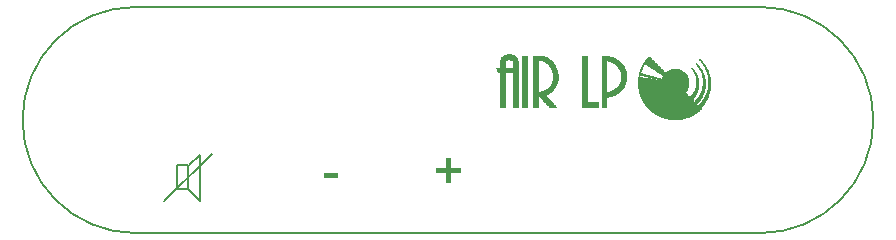
<source format=gto>
G04*
G04 #@! TF.GenerationSoftware,Altium Limited,Altium Designer,19.0.10 (269)*
G04*
G04 Layer_Color=65535*
%FSLAX44Y44*%
%MOMM*%
G71*
G01*
G75*
%ADD10C,0.2000*%
%ADD11C,0.0254*%
G36*
X2426Y-40895D02*
X11149D01*
Y-44574D01*
X2426D01*
Y-53344D01*
X-1276D01*
Y-44574D01*
X-10000D01*
Y-40895D01*
X-1276D01*
Y-32171D01*
X2426D01*
Y-40895D01*
D02*
G37*
G36*
X-92875Y-48901D02*
X-105000D01*
Y-44944D01*
X-92875D01*
Y-48901D01*
D02*
G37*
D10*
X-240000Y-68504D02*
X-200000Y-28504D01*
X-240000Y-68504D02*
Y-68504D01*
X-210000Y-68504D02*
Y-29520D01*
X-220000Y-58504D02*
X-210000Y-68504D01*
X-218984Y-38504D02*
X-210000Y-29520D01*
X-218984Y-38504D02*
X-218984D01*
X-228984D02*
X-220000D01*
Y-58504D02*
Y-38504D01*
X-228984Y-58504D02*
X-220000D01*
X-228984D02*
Y-38504D01*
X-264450Y95750D02*
G03*
X-264450Y-95750I0J-95750D01*
G01*
X264450D02*
G03*
X264450Y95750I0J95750D01*
G01*
X-264450Y-95750D02*
X264450D01*
X-264450Y95750D02*
X264450D01*
D11*
X188844Y602D02*
X195194D01*
X187574Y856D02*
X196464D01*
X186050Y1110D02*
X197988D01*
X184780Y1364D02*
X199258D01*
X183764Y1618D02*
X200274D01*
X183002Y1872D02*
X201036D01*
X182240Y2126D02*
X201798D01*
X181478Y2380D02*
X202560D01*
X180716Y2634D02*
X203322D01*
X180208Y2888D02*
X203830D01*
X179446Y3142D02*
X204592D01*
X178938Y3396D02*
X205100D01*
X178430Y3650D02*
X205608D01*
X177922Y3904D02*
X206116D01*
X177414Y4158D02*
X206624D01*
X176906Y4412D02*
X207132D01*
X176398Y4666D02*
X207386D01*
X176144Y4920D02*
X207894D01*
X175636Y5174D02*
X208402D01*
X175128Y5428D02*
X208656D01*
X174874Y5682D02*
X209164D01*
X174366Y5936D02*
X209418D01*
X174112Y6190D02*
X209926D01*
X173858Y6444D02*
X210180D01*
X173350Y6698D02*
X210688D01*
X173096Y6952D02*
X210942D01*
X172842Y7206D02*
X211196D01*
X172334Y7460D02*
X211450D01*
X172080Y7714D02*
X211958D01*
X171826Y7968D02*
X212212D01*
X171572Y8222D02*
X212466D01*
X171318Y8476D02*
X212720D01*
X171064Y8730D02*
X212974D01*
X170810Y8984D02*
X213228D01*
X170556Y9238D02*
X213482D01*
X170048Y9492D02*
X213990D01*
X170048Y9746D02*
X213990D01*
X169794Y10000D02*
X213990D01*
X169540Y10254D02*
X213482D01*
X169286Y10508D02*
X213228D01*
X169032Y10762D02*
X212974D01*
X213736Y11016D02*
X214244D01*
X168778D02*
X212720D01*
X130170D02*
X134234D01*
X113914D02*
X127122D01*
X86228D02*
X91562D01*
X72258D02*
X76322D01*
X63114D02*
X67178D01*
X54732D02*
X59050D01*
X44318D02*
X48382D01*
X213482Y11270D02*
X214244D01*
X168524D02*
X212466D01*
X130170D02*
X134234D01*
X113914D02*
X127122D01*
X85974D02*
X91562D01*
X72258D02*
X76322D01*
X63114D02*
X67178D01*
X54732D02*
X59050D01*
X44318D02*
X48382D01*
X213228Y11524D02*
X214498D01*
X168270D02*
X212212D01*
X130170D02*
X134234D01*
X113914D02*
X127122D01*
X85720D02*
X91054D01*
X72258D02*
X76322D01*
X63114D02*
X67178D01*
X54732D02*
X59050D01*
X44318D02*
X48382D01*
X212974Y11778D02*
X214752D01*
X168016D02*
X211958D01*
X130170D02*
X134234D01*
X113914D02*
X127122D01*
X85466D02*
X90800D01*
X72258D02*
X76322D01*
X63114D02*
X67178D01*
X54732D02*
X59050D01*
X44318D02*
X48382D01*
X212720Y12032D02*
X215006D01*
X167762D02*
X211704D01*
X130170D02*
X134234D01*
X113914D02*
X127122D01*
X85212D02*
X90546D01*
X72258D02*
X76322D01*
X63114D02*
X67178D01*
X54732D02*
X59050D01*
X44318D02*
X48382D01*
X212466Y12286D02*
X215260D01*
X167762D02*
X211450D01*
X130170D02*
X134234D01*
X113914D02*
X127122D01*
X84958D02*
X90292D01*
X72258D02*
X76322D01*
X63114D02*
X67178D01*
X54732D02*
X59050D01*
X44318D02*
X48382D01*
X211958Y12540D02*
X215514D01*
X167508D02*
X211196D01*
X130170D02*
X134234D01*
X113914D02*
X127122D01*
X84704D02*
X90038D01*
X72258D02*
X76322D01*
X63114D02*
X67178D01*
X54732D02*
X59050D01*
X44318D02*
X48382D01*
X211958Y12794D02*
X215514D01*
X167254D02*
X210942D01*
X130170D02*
X134234D01*
X113914D02*
X127122D01*
X84450D02*
X89784D01*
X72258D02*
X76322D01*
X63114D02*
X67178D01*
X54732D02*
X59050D01*
X44318D02*
X48382D01*
X212212Y13048D02*
X215768D01*
X167000D02*
X210688D01*
X130170D02*
X134234D01*
X113914D02*
X127122D01*
X84196D02*
X89530D01*
X72258D02*
X76322D01*
X63114D02*
X67178D01*
X54732D02*
X59050D01*
X44318D02*
X48382D01*
X212466Y13302D02*
X216022D01*
X167000D02*
X210434D01*
X130170D02*
X134234D01*
X113914D02*
X127122D01*
X83942D02*
X89276D01*
X72258D02*
X76322D01*
X63114D02*
X67178D01*
X54732D02*
X59050D01*
X44318D02*
X48382D01*
X212720Y13556D02*
X216276D01*
X166746D02*
X210180D01*
X130170D02*
X134234D01*
X113914D02*
X127122D01*
X83688D02*
X89276D01*
X72258D02*
X76322D01*
X63114D02*
X67178D01*
X54732D02*
X59050D01*
X44318D02*
X48382D01*
X212974Y13810D02*
X216530D01*
X166492D02*
X209926D01*
X130170D02*
X134234D01*
X113914D02*
X127122D01*
X83434D02*
X89022D01*
X72258D02*
X76322D01*
X63114D02*
X67178D01*
X54732D02*
X59050D01*
X44318D02*
X48382D01*
X213228Y14064D02*
X216530D01*
X166238D02*
X209672D01*
X130170D02*
X134234D01*
X113914D02*
X127122D01*
X83180D02*
X88768D01*
X72258D02*
X76322D01*
X63114D02*
X67178D01*
X54732D02*
X59050D01*
X44318D02*
X48382D01*
X213482Y14318D02*
X216784D01*
X210434D02*
X210942D01*
X166238D02*
X209418D01*
X130170D02*
X134234D01*
X113914D02*
X127122D01*
X82926D02*
X88514D01*
X72258D02*
X76322D01*
X63114D02*
X67178D01*
X54732D02*
X59050D01*
X44318D02*
X48382D01*
X213736Y14572D02*
X217038D01*
X210180D02*
X211196D01*
X165984D02*
X209164D01*
X130170D02*
X134234D01*
X113914D02*
X127122D01*
X82672D02*
X88260D01*
X72258D02*
X76322D01*
X63114D02*
X67178D01*
X54732D02*
X59050D01*
X44318D02*
X48382D01*
X213990Y14826D02*
X217038D01*
X209926D02*
X211450D01*
X165730D02*
X208910D01*
X130170D02*
X134234D01*
X113914D02*
X127122D01*
X82418D02*
X88006D01*
X72258D02*
X76322D01*
X63114D02*
X67178D01*
X54732D02*
X59050D01*
X44318D02*
X48382D01*
X214244Y15080D02*
X217292D01*
X209672D02*
X211704D01*
X165730D02*
X208656D01*
X130170D02*
X134234D01*
X113914D02*
X117978D01*
X82164D02*
X87752D01*
X72258D02*
X76322D01*
X63114D02*
X67178D01*
X54732D02*
X59050D01*
X44318D02*
X48382D01*
X214498Y15334D02*
X217546D01*
X209418D02*
X211704D01*
X165476D02*
X208402D01*
X130170D02*
X134234D01*
X113914D02*
X117978D01*
X81910D02*
X87498D01*
X72258D02*
X76322D01*
X63114D02*
X67178D01*
X54732D02*
X59050D01*
X44318D02*
X48382D01*
X214498Y15588D02*
X217546D01*
X209164D02*
X211958D01*
X165476D02*
X208148D01*
X130170D02*
X134234D01*
X113914D02*
X117978D01*
X81656D02*
X87244D01*
X72258D02*
X76322D01*
X63114D02*
X67178D01*
X54732D02*
X59050D01*
X44318D02*
X48382D01*
X214752Y15842D02*
X217800D01*
X208910D02*
X212212D01*
X165222D02*
X207894D01*
X130170D02*
X134234D01*
X113914D02*
X117978D01*
X81402D02*
X86990D01*
X72258D02*
X76322D01*
X63114D02*
X67178D01*
X54732D02*
X59050D01*
X44318D02*
X48382D01*
X215006Y16096D02*
X218054D01*
X208910D02*
X212466D01*
X164968D02*
X207640D01*
X130170D02*
X134234D01*
X113914D02*
X117978D01*
X81148D02*
X86736D01*
X72258D02*
X76322D01*
X63114D02*
X67178D01*
X54732D02*
X59050D01*
X44318D02*
X48382D01*
X215260Y16350D02*
X218054D01*
X209164D02*
X212720D01*
X164968D02*
X207386D01*
X130170D02*
X134234D01*
X113914D02*
X117978D01*
X80894D02*
X86482D01*
X72258D02*
X76322D01*
X63114D02*
X67178D01*
X54732D02*
X59050D01*
X44318D02*
X48382D01*
X215514Y16604D02*
X218308D01*
X209418D02*
X212720D01*
X164714D02*
X207132D01*
X130170D02*
X134234D01*
X113914D02*
X117978D01*
X80640D02*
X86228D01*
X72258D02*
X76322D01*
X63114D02*
X67178D01*
X54732D02*
X59050D01*
X44318D02*
X48382D01*
X215514Y16858D02*
X218308D01*
X209672D02*
X212974D01*
X164714D02*
X206878D01*
X130170D02*
X134234D01*
X113914D02*
X117978D01*
X80386D02*
X85974D01*
X72258D02*
X76322D01*
X63114D02*
X67178D01*
X54732D02*
X59050D01*
X44318D02*
X48382D01*
X215768Y17112D02*
X218562D01*
X209926D02*
X213228D01*
X164460D02*
X206624D01*
X130170D02*
X134234D01*
X113914D02*
X117978D01*
X80386D02*
X85720D01*
X72258D02*
X76322D01*
X63114D02*
X67178D01*
X54732D02*
X59050D01*
X44318D02*
X48382D01*
X216022Y17366D02*
X218562D01*
X210180D02*
X213228D01*
X164460D02*
X206370D01*
X130170D02*
X134234D01*
X113914D02*
X117978D01*
X80132D02*
X85466D01*
X72258D02*
X76322D01*
X63114D02*
X67178D01*
X54732D02*
X59050D01*
X44318D02*
X48382D01*
X216022Y17620D02*
X218816D01*
X210434D02*
X213482D01*
X164206D02*
X206116D01*
X130170D02*
X134234D01*
X113914D02*
X117978D01*
X79878D02*
X85212D01*
X72258D02*
X76322D01*
X63114D02*
X67178D01*
X54732D02*
X59050D01*
X44318D02*
X48382D01*
X216276Y17874D02*
X218816D01*
X210688D02*
X213736D01*
X164206D02*
X205862D01*
X130170D02*
X134234D01*
X113914D02*
X117978D01*
X79624D02*
X84958D01*
X72258D02*
X76322D01*
X63114D02*
X67178D01*
X54732D02*
X59050D01*
X44318D02*
X48382D01*
X216530Y18128D02*
X219070D01*
X210688D02*
X213736D01*
X206624D02*
X207132D01*
X163952D02*
X205608D01*
X130170D02*
X134234D01*
X113914D02*
X117978D01*
X79370D02*
X84704D01*
X72258D02*
X76322D01*
X63114D02*
X67178D01*
X54732D02*
X59050D01*
X44318D02*
X48382D01*
X216530Y18382D02*
X219070D01*
X210942D02*
X213990D01*
X206624D02*
X207386D01*
X163952D02*
X205354D01*
X130170D02*
X134234D01*
X113914D02*
X117978D01*
X79116D02*
X84450D01*
X72258D02*
X76322D01*
X63114D02*
X67178D01*
X54732D02*
X59050D01*
X44318D02*
X48382D01*
X216784Y18636D02*
X219324D01*
X211196D02*
X214244D01*
X206116D02*
X207386D01*
X163698D02*
X205100D01*
X130170D02*
X134234D01*
X113914D02*
X117978D01*
X78862D02*
X84196D01*
X72258D02*
X76322D01*
X63114D02*
X67178D01*
X54732D02*
X59050D01*
X44318D02*
X48382D01*
X216784Y18890D02*
X219324D01*
X211450D02*
X214244D01*
X205862D02*
X207640D01*
X163698D02*
X204846D01*
X130170D02*
X134234D01*
X113914D02*
X117978D01*
X78608D02*
X83942D01*
X72258D02*
X76322D01*
X63114D02*
X67178D01*
X54732D02*
X59050D01*
X44318D02*
X48382D01*
X217038Y19144D02*
X219578D01*
X211704D02*
X214498D01*
X205608D02*
X207894D01*
X163444D02*
X204592D01*
X130170D02*
X134234D01*
X113914D02*
X117978D01*
X78354D02*
X83688D01*
X72258D02*
X76322D01*
X63114D02*
X67178D01*
X54732D02*
X59050D01*
X44318D02*
X48382D01*
X217292Y19398D02*
X219578D01*
X211704D02*
X214498D01*
X205354D02*
X208148D01*
X163444D02*
X204338D01*
X130170D02*
X134234D01*
X113914D02*
X117978D01*
X78100D02*
X83434D01*
X72258D02*
X76322D01*
X63114D02*
X67178D01*
X54732D02*
X59050D01*
X44318D02*
X48382D01*
X217292Y19652D02*
X219832D01*
X211958D02*
X214752D01*
X204846D02*
X208402D01*
X163190D02*
X204084D01*
X130170D02*
X135250D01*
X113914D02*
X117978D01*
X77846D02*
X83180D01*
X72258D02*
X76322D01*
X63114D02*
X67178D01*
X54732D02*
X59050D01*
X44318D02*
X48382D01*
X217546Y19906D02*
X219832D01*
X212212D02*
X214752D01*
X204846D02*
X208402D01*
X163190D02*
X203830D01*
X130170D02*
X136520D01*
X113914D02*
X117978D01*
X72258D02*
X82926D01*
X63114D02*
X67178D01*
X54732D02*
X59050D01*
X44318D02*
X48382D01*
X217546Y20160D02*
X220086D01*
X212212D02*
X215006D01*
X205354D02*
X208656D01*
X163190D02*
X203576D01*
X130170D02*
X137536D01*
X113914D02*
X117978D01*
X72258D02*
X82672D01*
X63114D02*
X67178D01*
X54732D02*
X59050D01*
X44318D02*
X48382D01*
X217800Y20414D02*
X220086D01*
X212466D02*
X215006D01*
X205608D02*
X208910D01*
X162936D02*
X203322D01*
X130170D02*
X138298D01*
X113914D02*
X117978D01*
X72258D02*
X82418D01*
X63114D02*
X67178D01*
X54732D02*
X59050D01*
X44318D02*
X48382D01*
X217800Y20668D02*
X220086D01*
X212720D02*
X215260D01*
X205862D02*
X208910D01*
X162936D02*
X203068D01*
X130170D02*
X139060D01*
X113914D02*
X117978D01*
X72258D02*
X82164D01*
X63114D02*
X67178D01*
X54732D02*
X59050D01*
X44318D02*
X48382D01*
X218054Y20922D02*
X220340D01*
X212720D02*
X215260D01*
X206116D02*
X209164D01*
X162682D02*
X202814D01*
X130170D02*
X139822D01*
X113914D02*
X117978D01*
X72258D02*
X81910D01*
X63114D02*
X67178D01*
X54732D02*
X59050D01*
X44318D02*
X48382D01*
X218054Y21176D02*
X220340D01*
X212974D02*
X215514D01*
X206370D02*
X209418D01*
X162682D02*
X202560D01*
X130170D02*
X140330D01*
X113914D02*
X117978D01*
X72258D02*
X82164D01*
X63114D02*
X67178D01*
X54732D02*
X59050D01*
X44318D02*
X48382D01*
X218308Y21430D02*
X220340D01*
X212974D02*
X215514D01*
X206370D02*
X209418D01*
X162682D02*
X202306D01*
X130170D02*
X141092D01*
X113914D02*
X117978D01*
X72258D02*
X82926D01*
X63114D02*
X67178D01*
X54732D02*
X59050D01*
X44318D02*
X48382D01*
X218308Y21684D02*
X220594D01*
X213228D02*
X215768D01*
X206624D02*
X209672D01*
X162428D02*
X202052D01*
X130170D02*
X141600D01*
X113914D02*
X117978D01*
X72258D02*
X83434D01*
X63114D02*
X67178D01*
X54732D02*
X59050D01*
X44318D02*
X48382D01*
X218308Y21938D02*
X220594D01*
X213482D02*
X215768D01*
X206878D02*
X209672D01*
X162428D02*
X201798D01*
X130170D02*
X142108D01*
X113914D02*
X117978D01*
X72258D02*
X83942D01*
X63114D02*
X67178D01*
X54732D02*
X59050D01*
X44318D02*
X48382D01*
X218562Y22192D02*
X220594D01*
X213482D02*
X215768D01*
X207132D02*
X209926D01*
X162428D02*
X201544D01*
X130170D02*
X142362D01*
X113914D02*
X117978D01*
X72258D02*
X84450D01*
X63114D02*
X67178D01*
X54732D02*
X59050D01*
X44318D02*
X48382D01*
X218562Y22446D02*
X220848D01*
X213736D02*
X216022D01*
X207386D02*
X209926D01*
X162174D02*
X201290D01*
X130170D02*
X142870D01*
X113914D02*
X117978D01*
X72258D02*
X84958D01*
X63114D02*
X67178D01*
X54732D02*
X59050D01*
X44318D02*
X48382D01*
X218816Y22700D02*
X220848D01*
X213736D02*
X216022D01*
X207386D02*
X210180D01*
X162174D02*
X201036D01*
X130170D02*
X143378D01*
X113914D02*
X117978D01*
X72258D02*
X85212D01*
X63114D02*
X67178D01*
X54732D02*
X59050D01*
X44318D02*
X48382D01*
X218816Y22954D02*
X220848D01*
X213990D02*
X216022D01*
X207640D02*
X210180D01*
X162174D02*
X200782D01*
X130170D02*
X143886D01*
X113914D02*
X117978D01*
X72258D02*
X85720D01*
X63114D02*
X67178D01*
X54732D02*
X59050D01*
X44318D02*
X48382D01*
X218816Y23208D02*
X221102D01*
X213990D02*
X216276D01*
X207894D02*
X210434D01*
X161920D02*
X200528D01*
X130170D02*
X144140D01*
X113914D02*
X117978D01*
X72258D02*
X85974D01*
X63114D02*
X67178D01*
X54732D02*
X59050D01*
X44318D02*
X48382D01*
X219070Y23462D02*
X221102D01*
X213990D02*
X216276D01*
X207894D02*
X210434D01*
X161920D02*
X200274D01*
X134488D02*
X144394D01*
X130170D02*
X134234D01*
X113914D02*
X117978D01*
X72258D02*
X86482D01*
X63114D02*
X67178D01*
X54732D02*
X59050D01*
X44318D02*
X48382D01*
X219070Y23716D02*
X221102D01*
X214244D02*
X216276D01*
X208148D02*
X210688D01*
X161920D02*
X200528D01*
X135504D02*
X144902D01*
X130170D02*
X134234D01*
X113914D02*
X117978D01*
X72258D02*
X86736D01*
X63114D02*
X67178D01*
X54732D02*
X59050D01*
X44318D02*
X48382D01*
X219070Y23970D02*
X221102D01*
X214244D02*
X216530D01*
X208148D02*
X210688D01*
X161920D02*
X200782D01*
X136520D02*
X145156D01*
X130170D02*
X134234D01*
X113914D02*
X117978D01*
X72258D02*
X86990D01*
X63114D02*
X67178D01*
X54732D02*
X59050D01*
X44318D02*
X48382D01*
X219324Y24224D02*
X221356D01*
X214498D02*
X216530D01*
X208402D02*
X210688D01*
X161666D02*
X201036D01*
X137282D02*
X145410D01*
X130170D02*
X134234D01*
X113914D02*
X117978D01*
X79116D02*
X87244D01*
X72258D02*
X76322D01*
X63114D02*
X67178D01*
X54732D02*
X59050D01*
X44318D02*
X48382D01*
X219324Y24478D02*
X221356D01*
X214498D02*
X216530D01*
X208402D02*
X210942D01*
X161666D02*
X201036D01*
X137790D02*
X145664D01*
X130170D02*
X134234D01*
X113914D02*
X117978D01*
X80132D02*
X87498D01*
X72258D02*
X76322D01*
X63114D02*
X67178D01*
X54732D02*
X59050D01*
X44318D02*
X48382D01*
X219324Y24732D02*
X221356D01*
X214498D02*
X216784D01*
X208656D02*
X210942D01*
X161666D02*
X201290D01*
X138552D02*
X145918D01*
X130170D02*
X134234D01*
X113914D02*
X117978D01*
X80894D02*
X87752D01*
X72258D02*
X76322D01*
X63114D02*
X67178D01*
X54732D02*
X59050D01*
X44318D02*
X48382D01*
X219578Y24986D02*
X221356D01*
X214752D02*
X216784D01*
X208910D02*
X210942D01*
X161666D02*
X201544D01*
X139060D02*
X146172D01*
X130170D02*
X134234D01*
X113914D02*
X117978D01*
X81402D02*
X88006D01*
X72258D02*
X76322D01*
X63114D02*
X67178D01*
X54732D02*
X59050D01*
X44318D02*
X48382D01*
X219578Y25240D02*
X221356D01*
X214752D02*
X216784D01*
X208910D02*
X211196D01*
X161412D02*
X201798D01*
X139568D02*
X146426D01*
X130170D02*
X134234D01*
X113914D02*
X117978D01*
X82164D02*
X88260D01*
X72258D02*
X76322D01*
X63114D02*
X67178D01*
X54732D02*
X59050D01*
X44318D02*
X48382D01*
X219578Y25494D02*
X221610D01*
X214752D02*
X216784D01*
X208910D02*
X211196D01*
X161412D02*
X201798D01*
X140076D02*
X146680D01*
X130170D02*
X134234D01*
X113914D02*
X117978D01*
X82672D02*
X88514D01*
X72258D02*
X76322D01*
X63114D02*
X67178D01*
X54732D02*
X59050D01*
X44318D02*
X48382D01*
X219578Y25748D02*
X221610D01*
X215006D02*
X216784D01*
X209164D02*
X211196D01*
X161412D02*
X202052D01*
X140330D02*
X146934D01*
X130170D02*
X134234D01*
X113914D02*
X117978D01*
X83180D02*
X88768D01*
X72258D02*
X76322D01*
X63114D02*
X67178D01*
X54732D02*
X59050D01*
X44318D02*
X48382D01*
X219832Y26002D02*
X221610D01*
X215006D02*
X217038D01*
X209164D02*
X211450D01*
X161412D02*
X202306D01*
X140838D02*
X146934D01*
X130170D02*
X134234D01*
X113914D02*
X117978D01*
X83434D02*
X89022D01*
X72258D02*
X76322D01*
X63114D02*
X67178D01*
X54732D02*
X59050D01*
X44318D02*
X48382D01*
X219832Y26256D02*
X221610D01*
X215006D02*
X217038D01*
X209418D02*
X211450D01*
X161412D02*
X202306D01*
X141346D02*
X147188D01*
X130170D02*
X134234D01*
X113914D02*
X117978D01*
X83942D02*
X89276D01*
X72258D02*
X76322D01*
X63114D02*
X67178D01*
X54732D02*
X59050D01*
X44318D02*
X48382D01*
X219832Y26510D02*
X221610D01*
X215260D02*
X217038D01*
X209418D02*
X211450D01*
X161412D02*
X202560D01*
X141600D02*
X147442D01*
X130170D02*
X134234D01*
X113914D02*
X117978D01*
X84196D02*
X89276D01*
X72258D02*
X76322D01*
X63114D02*
X67178D01*
X54732D02*
X59050D01*
X44318D02*
X48382D01*
X219832Y26764D02*
X221610D01*
X215260D02*
X217038D01*
X209418D02*
X211450D01*
X161158D02*
X202560D01*
X141854D02*
X147696D01*
X130170D02*
X134234D01*
X113914D02*
X117978D01*
X84450D02*
X89530D01*
X72258D02*
X76322D01*
X63114D02*
X67178D01*
X54732D02*
X59050D01*
X44318D02*
X48382D01*
X219832Y27018D02*
X221864D01*
X215260D02*
X217038D01*
X209672D02*
X211704D01*
X161158D02*
X202560D01*
X142362D02*
X147696D01*
X130170D02*
X134234D01*
X113914D02*
X117978D01*
X84958D02*
X89784D01*
X72258D02*
X76322D01*
X63114D02*
X67178D01*
X54732D02*
X59050D01*
X44318D02*
X48382D01*
X220086Y27272D02*
X221864D01*
X215260D02*
X217292D01*
X209672D02*
X211704D01*
X161158D02*
X202814D01*
X142616D02*
X147950D01*
X130170D02*
X134234D01*
X113914D02*
X117978D01*
X85212D02*
X90038D01*
X72258D02*
X76322D01*
X63114D02*
X67178D01*
X54732D02*
X59050D01*
X44318D02*
X48382D01*
X220086Y27526D02*
X221864D01*
X215514D02*
X217292D01*
X209672D02*
X211704D01*
X161158D02*
X202814D01*
X142870D02*
X148204D01*
X130170D02*
X134234D01*
X113914D02*
X117978D01*
X85466D02*
X90038D01*
X72258D02*
X76322D01*
X63114D02*
X67178D01*
X54732D02*
X59050D01*
X44318D02*
X48382D01*
X220086Y27780D02*
X221864D01*
X215514D02*
X217292D01*
X209926D02*
X211704D01*
X161158D02*
X203068D01*
X143378D02*
X148204D01*
X130170D02*
X134234D01*
X113914D02*
X117978D01*
X85720D02*
X90292D01*
X72258D02*
X76322D01*
X63114D02*
X67178D01*
X54732D02*
X59050D01*
X44318D02*
X48382D01*
X220086Y28034D02*
X221864D01*
X215514D02*
X217292D01*
X209926D02*
X211704D01*
X161158D02*
X203068D01*
X143632D02*
X148458D01*
X130170D02*
X134234D01*
X113914D02*
X117978D01*
X85974D02*
X90546D01*
X72258D02*
X76322D01*
X63114D02*
X67178D01*
X54732D02*
X59050D01*
X44318D02*
X48382D01*
X220086Y28288D02*
X221864D01*
X215514D02*
X217292D01*
X209926D02*
X211958D01*
X161158D02*
X203068D01*
X143886D02*
X148712D01*
X130170D02*
X134234D01*
X113914D02*
X117978D01*
X85974D02*
X90546D01*
X72258D02*
X76322D01*
X63114D02*
X67178D01*
X54732D02*
X59050D01*
X44318D02*
X48382D01*
X220086Y28542D02*
X221864D01*
X215514D02*
X217292D01*
X209926D02*
X211958D01*
X160904D02*
X203322D01*
X144140D02*
X148712D01*
X130170D02*
X134234D01*
X113914D02*
X117978D01*
X86228D02*
X90800D01*
X72258D02*
X76322D01*
X63114D02*
X67178D01*
X54732D02*
X59050D01*
X44318D02*
X48382D01*
X220340Y28796D02*
X221864D01*
X215514D02*
X217292D01*
X210180D02*
X211958D01*
X160904D02*
X203322D01*
X144140D02*
X148966D01*
X130170D02*
X134234D01*
X113914D02*
X117978D01*
X86482D02*
X90800D01*
X72258D02*
X76322D01*
X63114D02*
X67178D01*
X54732D02*
X59050D01*
X44318D02*
X48382D01*
X220340Y29050D02*
X221864D01*
X215768D02*
X217292D01*
X210180D02*
X211958D01*
X160904D02*
X203322D01*
X144394D02*
X148966D01*
X130170D02*
X134234D01*
X113914D02*
X117978D01*
X86736D02*
X91054D01*
X72258D02*
X76322D01*
X63114D02*
X67178D01*
X54732D02*
X59050D01*
X44318D02*
X48382D01*
X220340Y29304D02*
X221864D01*
X215768D02*
X217292D01*
X210180D02*
X211958D01*
X160904D02*
X203322D01*
X144648D02*
X149220D01*
X130170D02*
X134234D01*
X113914D02*
X117978D01*
X86990D02*
X91054D01*
X72258D02*
X76322D01*
X63114D02*
X67178D01*
X54732D02*
X59050D01*
X44318D02*
X48382D01*
X220340Y29558D02*
X221864D01*
X215768D02*
X217292D01*
X210180D02*
X211958D01*
X160904D02*
X203576D01*
X144902D02*
X149220D01*
X130170D02*
X134234D01*
X113914D02*
X117978D01*
X86990D02*
X91308D01*
X72258D02*
X76322D01*
X63114D02*
X67178D01*
X54732D02*
X59050D01*
X44318D02*
X48382D01*
X220340Y29812D02*
X221864D01*
X215768D02*
X217546D01*
X210180D02*
X211958D01*
X160904D02*
X203576D01*
X144902D02*
X149474D01*
X130170D02*
X134234D01*
X113914D02*
X117978D01*
X87244D02*
X91308D01*
X72258D02*
X76322D01*
X63114D02*
X67178D01*
X54732D02*
X59050D01*
X44318D02*
X48382D01*
X220340Y30066D02*
X221864D01*
X215768D02*
X217546D01*
X210434D02*
X211958D01*
X160904D02*
X203576D01*
X145156D02*
X149474D01*
X130170D02*
X134234D01*
X113914D02*
X117978D01*
X87498D02*
X91562D01*
X72258D02*
X76322D01*
X63114D02*
X67178D01*
X54732D02*
X59050D01*
X44318D02*
X48382D01*
X220340Y30320D02*
X221864D01*
X215768D02*
X217546D01*
X210434D02*
X211958D01*
X160904D02*
X203576D01*
X145156D02*
X149474D01*
X130170D02*
X134234D01*
X113914D02*
X117978D01*
X87498D02*
X91562D01*
X72258D02*
X76322D01*
X63114D02*
X67178D01*
X54732D02*
X59050D01*
X44318D02*
X48382D01*
X220340Y30574D02*
X221864D01*
X215768D02*
X217546D01*
X210434D02*
X211958D01*
X160904D02*
X203576D01*
X145410D02*
X149728D01*
X130170D02*
X134234D01*
X113914D02*
X117978D01*
X87752D02*
X91816D01*
X72258D02*
X76322D01*
X63114D02*
X67178D01*
X54732D02*
X59050D01*
X44318D02*
X48382D01*
X220340Y30828D02*
X221864D01*
X215768D02*
X217546D01*
X210434D02*
X211958D01*
X160904D02*
X203576D01*
X145410D02*
X149728D01*
X130170D02*
X134234D01*
X113914D02*
X117978D01*
X87752D02*
X91816D01*
X72258D02*
X76322D01*
X63114D02*
X67178D01*
X54732D02*
X59050D01*
X44318D02*
X48382D01*
X220340Y31082D02*
X221864D01*
X215768D02*
X217546D01*
X210434D02*
X211958D01*
X192400D02*
X203576D01*
X160904D02*
X191638D01*
X145664D02*
X149728D01*
X130170D02*
X134234D01*
X113914D02*
X117978D01*
X88006D02*
X91816D01*
X72258D02*
X76322D01*
X63114D02*
X67178D01*
X54732D02*
X59050D01*
X44318D02*
X48382D01*
X220594Y31336D02*
X221864D01*
X215768D02*
X217546D01*
X210434D02*
X211958D01*
X192654D02*
X203576D01*
X160904D02*
X191384D01*
X145664D02*
X149982D01*
X130170D02*
X134234D01*
X113914D02*
X117978D01*
X88006D02*
X92070D01*
X72258D02*
X76322D01*
X63114D02*
X67178D01*
X54732D02*
X59050D01*
X44318D02*
X48382D01*
X220594Y31590D02*
X221864D01*
X216022D02*
X217546D01*
X210434D02*
X211958D01*
X192654D02*
X203576D01*
X160904D02*
X191384D01*
X145918D02*
X149982D01*
X130170D02*
X134234D01*
X113914D02*
X117978D01*
X88260D02*
X92070D01*
X72258D02*
X76322D01*
X63114D02*
X67178D01*
X54732D02*
X59050D01*
X44318D02*
X48382D01*
X220594Y31844D02*
X221864D01*
X216022D02*
X217546D01*
X210434D02*
X211958D01*
X192654D02*
X203576D01*
X160904D02*
X191384D01*
X145918D02*
X149982D01*
X130170D02*
X134234D01*
X113914D02*
X117978D01*
X88260D02*
X92070D01*
X72258D02*
X76322D01*
X63114D02*
X67178D01*
X54732D02*
X59050D01*
X44318D02*
X48382D01*
X220594Y32098D02*
X221864D01*
X216022D02*
X217292D01*
X210434D02*
X211958D01*
X192654D02*
X203576D01*
X160904D02*
X191384D01*
X145918D02*
X150236D01*
X130170D02*
X134234D01*
X113914D02*
X117978D01*
X88260D02*
X92324D01*
X72258D02*
X76322D01*
X63114D02*
X67178D01*
X54732D02*
X59050D01*
X44318D02*
X48382D01*
X220594Y32352D02*
X221864D01*
X216022D02*
X217292D01*
X210434D02*
X211958D01*
X160904D02*
X203576D01*
X146172D02*
X150236D01*
X130170D02*
X134234D01*
X113914D02*
X117978D01*
X88514D02*
X92324D01*
X72258D02*
X76322D01*
X63114D02*
X67178D01*
X54732D02*
X59050D01*
X44318D02*
X48382D01*
X220594Y32606D02*
X221864D01*
X216022D02*
X217292D01*
X210434D02*
X211958D01*
X160904D02*
X203576D01*
X146172D02*
X150236D01*
X130170D02*
X134234D01*
X113914D02*
X117978D01*
X88514D02*
X92324D01*
X72258D02*
X76322D01*
X63114D02*
X67178D01*
X54732D02*
X59050D01*
X44318D02*
X48382D01*
X220594Y32860D02*
X221864D01*
X216022D02*
X217292D01*
X210434D02*
X211958D01*
X160904D02*
X203576D01*
X146172D02*
X150236D01*
X130170D02*
X134234D01*
X113914D02*
X117978D01*
X88514D02*
X92578D01*
X72258D02*
X76322D01*
X63114D02*
X67178D01*
X54732D02*
X59050D01*
X44318D02*
X48382D01*
X220594Y33114D02*
X221864D01*
X216022D02*
X217292D01*
X210434D02*
X211958D01*
X160904D02*
X203576D01*
X146172D02*
X150490D01*
X130170D02*
X134234D01*
X113914D02*
X117978D01*
X88768D02*
X92578D01*
X72258D02*
X76322D01*
X63114D02*
X67178D01*
X54732D02*
X59050D01*
X44318D02*
X48382D01*
X220594Y33368D02*
X221864D01*
X215768D02*
X217292D01*
X210434D02*
X211958D01*
X160904D02*
X203576D01*
X146426D02*
X150490D01*
X130170D02*
X134234D01*
X113914D02*
X117978D01*
X88768D02*
X92578D01*
X72258D02*
X76322D01*
X63114D02*
X67178D01*
X54732D02*
X59050D01*
X44318D02*
X48382D01*
X220340Y33622D02*
X221864D01*
X215768D02*
X217292D01*
X210434D02*
X211704D01*
X180208D02*
X203576D01*
X160904D02*
X179700D01*
X146426D02*
X150490D01*
X130170D02*
X134234D01*
X113914D02*
X117978D01*
X88768D02*
X92578D01*
X72258D02*
X76322D01*
X63114D02*
X67178D01*
X54732D02*
X59050D01*
X44318D02*
X48382D01*
X220340Y33876D02*
X221864D01*
X215768D02*
X217292D01*
X210434D02*
X211704D01*
X180716D02*
X203322D01*
X180208D02*
X180462D01*
X160904D02*
X178176D01*
X146426D02*
X150490D01*
X130170D02*
X134234D01*
X113914D02*
X117978D01*
X88768D02*
X92832D01*
X72258D02*
X76322D01*
X63114D02*
X67178D01*
X54732D02*
X59050D01*
X44318D02*
X48382D01*
X220340Y34130D02*
X221864D01*
X215768D02*
X217292D01*
X210434D02*
X211704D01*
X180462D02*
X203322D01*
X160904D02*
X176652D01*
X146426D02*
X150490D01*
X130170D02*
X134234D01*
X113914D02*
X117978D01*
X88768D02*
X92832D01*
X72258D02*
X76322D01*
X63114D02*
X67178D01*
X54732D02*
X59050D01*
X44318D02*
X48382D01*
X220340Y34384D02*
X221864D01*
X215768D02*
X217292D01*
X210434D02*
X211704D01*
X179192D02*
X203322D01*
X160904D02*
X175128D01*
X146426D02*
X150490D01*
X130170D02*
X134234D01*
X113914D02*
X117978D01*
X89022D02*
X92832D01*
X72258D02*
X76322D01*
X63114D02*
X67178D01*
X54732D02*
X59050D01*
X44318D02*
X48382D01*
X220340Y34638D02*
X221864D01*
X215768D02*
X217038D01*
X210434D02*
X211704D01*
X178176D02*
X203322D01*
X160904D02*
X173604D01*
X146680D02*
X150744D01*
X130170D02*
X134234D01*
X113914D02*
X117978D01*
X89022D02*
X92832D01*
X72258D02*
X76322D01*
X63114D02*
X67178D01*
X54732D02*
X59050D01*
X44318D02*
X48382D01*
X220340Y34892D02*
X221610D01*
X215768D02*
X217038D01*
X210180D02*
X211450D01*
X180970D02*
X203068D01*
X177160D02*
X180462D01*
X161158D02*
X172334D01*
X146680D02*
X150744D01*
X130170D02*
X134234D01*
X113914D02*
X117978D01*
X89022D02*
X92832D01*
X72258D02*
X76322D01*
X63114D02*
X67178D01*
X54732D02*
X59050D01*
X44318D02*
X48382D01*
X220340Y35146D02*
X221610D01*
X215768D02*
X217038D01*
X210180D02*
X211450D01*
X180970D02*
X203068D01*
X175890D02*
X179446D01*
X161158D02*
X170810D01*
X146680D02*
X150744D01*
X130170D02*
X134234D01*
X113914D02*
X117978D01*
X89022D02*
X92832D01*
X72258D02*
X76322D01*
X63114D02*
X67178D01*
X54732D02*
X59050D01*
X44318D02*
X48382D01*
X220340Y35400D02*
X221610D01*
X215768D02*
X217038D01*
X210180D02*
X211450D01*
X180970D02*
X203068D01*
X174874D02*
X178684D01*
X161158D02*
X169286D01*
X146680D02*
X150744D01*
X130170D02*
X134234D01*
X113914D02*
X117978D01*
X89022D02*
X92832D01*
X72258D02*
X76322D01*
X63114D02*
X67178D01*
X54732D02*
X59050D01*
X44318D02*
X48382D01*
X220340Y35654D02*
X221610D01*
X215768D02*
X217038D01*
X210180D02*
X211450D01*
X181224D02*
X202814D01*
X173858D02*
X177668D01*
X161158D02*
X167762D01*
X146680D02*
X150744D01*
X130170D02*
X134234D01*
X113914D02*
X117978D01*
X89022D02*
X92832D01*
X72258D02*
X76322D01*
X63114D02*
X67178D01*
X54732D02*
X59050D01*
X44318D02*
X48382D01*
X220340Y35908D02*
X221610D01*
X215768D02*
X216784D01*
X210180D02*
X211196D01*
X181224D02*
X202814D01*
X172588D02*
X176906D01*
X161158D02*
X166238D01*
X146680D02*
X150744D01*
X130170D02*
X134234D01*
X113914D02*
X117978D01*
X89022D02*
X93086D01*
X72258D02*
X76322D01*
X63114D02*
X67178D01*
X54732D02*
X59050D01*
X44318D02*
X48382D01*
X220340Y36162D02*
X221610D01*
X215514D02*
X216784D01*
X210180D02*
X211196D01*
X181224D02*
X202814D01*
X171572D02*
X175890D01*
X161158D02*
X164714D01*
X146680D02*
X150744D01*
X130170D02*
X134234D01*
X113914D02*
X117978D01*
X89022D02*
X93086D01*
X72258D02*
X76322D01*
X63114D02*
X67178D01*
X54732D02*
X59050D01*
X44318D02*
X48382D01*
X220086Y36416D02*
X221356D01*
X215514D02*
X216784D01*
X209926D02*
X211196D01*
X181478D02*
X202560D01*
X170556D02*
X175128D01*
X161158D02*
X163190D01*
X146680D02*
X150744D01*
X130170D02*
X134234D01*
X113914D02*
X117978D01*
X89022D02*
X93086D01*
X72258D02*
X76322D01*
X63114D02*
X67178D01*
X54732D02*
X59050D01*
X44318D02*
X48382D01*
X220086Y36670D02*
X221356D01*
X215514D02*
X216784D01*
X209926D02*
X210942D01*
X181478D02*
X202560D01*
X169286D02*
X174112D01*
X161158D02*
X161920D01*
X146680D02*
X150744D01*
X130170D02*
X134234D01*
X113914D02*
X117978D01*
X89022D02*
X93086D01*
X72258D02*
X76322D01*
X63114D02*
X67178D01*
X54732D02*
X59050D01*
X44318D02*
X48382D01*
X220086Y36924D02*
X221356D01*
X215514D02*
X216530D01*
X209926D02*
X210942D01*
X181732D02*
X202306D01*
X168270D02*
X173350D01*
X161412D02*
X161920D01*
X146680D02*
X150744D01*
X130170D02*
X134234D01*
X113914D02*
X117978D01*
X89022D02*
X93086D01*
X72258D02*
X76322D01*
X63114D02*
X67178D01*
X54732D02*
X59050D01*
X44318D02*
X48382D01*
X220086Y37178D02*
X221356D01*
X215514D02*
X216530D01*
X209672D02*
X210942D01*
X181732D02*
X202306D01*
X167254D02*
X172334D01*
X161412D02*
X161920D01*
X146680D02*
X150744D01*
X130170D02*
X134234D01*
X113914D02*
X117978D01*
X89022D02*
X93086D01*
X72258D02*
X76322D01*
X63114D02*
X67178D01*
X54732D02*
X59050D01*
X44318D02*
X48382D01*
X220086Y37432D02*
X221356D01*
X215260D02*
X216530D01*
X209672D02*
X210688D01*
X181986D02*
X202052D01*
X166238D02*
X171572D01*
X161412D02*
X162174D01*
X146680D02*
X150744D01*
X130170D02*
X134234D01*
X113914D02*
X117978D01*
X89022D02*
X93086D01*
X72258D02*
X76322D01*
X63114D02*
X67178D01*
X54732D02*
X59050D01*
X44318D02*
X48382D01*
X220086Y37686D02*
X221102D01*
X215260D02*
X216530D01*
X209672D02*
X210688D01*
X182240D02*
X202052D01*
X164968D02*
X170556D01*
X161412D02*
X162174D01*
X146680D02*
X150744D01*
X130170D02*
X134234D01*
X113914D02*
X117978D01*
X89022D02*
X92832D01*
X72258D02*
X76322D01*
X63114D02*
X67178D01*
X54732D02*
X59050D01*
X44318D02*
X48382D01*
X219832Y37940D02*
X221102D01*
X215260D02*
X216276D01*
X209672D02*
X210434D01*
X181986D02*
X201798D01*
X163952D02*
X169794D01*
X161412D02*
X162174D01*
X146680D02*
X150744D01*
X130170D02*
X134234D01*
X113914D02*
X117978D01*
X89022D02*
X92832D01*
X72258D02*
X76322D01*
X63114D02*
X67178D01*
X54732D02*
X59050D01*
X44318D02*
X48382D01*
X219832Y38194D02*
X221102D01*
X215260D02*
X216276D01*
X209418D02*
X210434D01*
X181732D02*
X201544D01*
X162936D02*
X168778D01*
X161666D02*
X162174D01*
X146680D02*
X150744D01*
X130170D02*
X134234D01*
X113914D02*
X117978D01*
X89022D02*
X92832D01*
X72258D02*
X76322D01*
X63114D02*
X67178D01*
X54732D02*
X59050D01*
X44318D02*
X48382D01*
X219832Y38448D02*
X220848D01*
X215006D02*
X216276D01*
X209418D02*
X210434D01*
X181224D02*
X201290D01*
X161666D02*
X168016D01*
X146680D02*
X150744D01*
X130170D02*
X134234D01*
X113914D02*
X117978D01*
X89022D02*
X92832D01*
X72258D02*
X76322D01*
X63114D02*
X67178D01*
X54732D02*
X59050D01*
X44318D02*
X48382D01*
X219832Y38702D02*
X220848D01*
X215006D02*
X216022D01*
X209164D02*
X210180D01*
X180970D02*
X201290D01*
X161666D02*
X167000D01*
X146680D02*
X150744D01*
X130170D02*
X134234D01*
X113914D02*
X117978D01*
X89022D02*
X92832D01*
X72258D02*
X76322D01*
X63114D02*
X67178D01*
X54732D02*
X59050D01*
X44318D02*
X48382D01*
X219578Y38956D02*
X220848D01*
X215006D02*
X216022D01*
X209164D02*
X210180D01*
X180462D02*
X201036D01*
X161666D02*
X166238D01*
X146680D02*
X150744D01*
X130170D02*
X134234D01*
X113914D02*
X117978D01*
X89022D02*
X92832D01*
X72258D02*
X76322D01*
X63114D02*
X67178D01*
X54732D02*
X59050D01*
X44318D02*
X48382D01*
X219578Y39210D02*
X220848D01*
X215006D02*
X216022D01*
X209164D02*
X209926D01*
X180208D02*
X200782D01*
X161920D02*
X165222D01*
X146680D02*
X150744D01*
X130170D02*
X134234D01*
X113914D02*
X117978D01*
X88768D02*
X92832D01*
X72258D02*
X76322D01*
X63114D02*
X67178D01*
X54732D02*
X59050D01*
X44318D02*
X48382D01*
X219578Y39464D02*
X220594D01*
X214752D02*
X215768D01*
X208910D02*
X209926D01*
X179700D02*
X200528D01*
X161920D02*
X164460D01*
X146680D02*
X150744D01*
X130170D02*
X134234D01*
X113914D02*
X117978D01*
X88768D02*
X92578D01*
X72258D02*
X76322D01*
X63114D02*
X67178D01*
X54732D02*
X59050D01*
X44318D02*
X48382D01*
X219578Y39718D02*
X220594D01*
X214752D02*
X215768D01*
X208910D02*
X209672D01*
X179446D02*
X200274D01*
X161920D02*
X163444D01*
X146426D02*
X150744D01*
X130170D02*
X134234D01*
X113914D02*
X117978D01*
X88768D02*
X92578D01*
X72258D02*
X76322D01*
X63114D02*
X67178D01*
X54732D02*
X59050D01*
X44318D02*
X48382D01*
X219324Y39972D02*
X220594D01*
X214752D02*
X215514D01*
X208656D02*
X209672D01*
X178938D02*
X200020D01*
X161920D02*
X162682D01*
X146426D02*
X150744D01*
X130170D02*
X134234D01*
X113914D02*
X117978D01*
X88768D02*
X92578D01*
X72258D02*
X76322D01*
X63114D02*
X67178D01*
X54732D02*
X59050D01*
X44318D02*
X48382D01*
X219324Y40226D02*
X220340D01*
X214498D02*
X215514D01*
X208656D02*
X209418D01*
X184272D02*
X199766D01*
X178684D02*
X183510D01*
X162174D02*
X162682D01*
X146426D02*
X150744D01*
X130170D02*
X134234D01*
X113914D02*
X117978D01*
X88514D02*
X92578D01*
X72258D02*
X76322D01*
X63114D02*
X67178D01*
X42286D02*
X59050D01*
X219324Y40480D02*
X220340D01*
X214498D02*
X215514D01*
X208402D02*
X209164D01*
X184526D02*
X199512D01*
X178176D02*
X183256D01*
X162174D02*
X162682D01*
X146426D02*
X150490D01*
X130170D02*
X134234D01*
X113914D02*
X117978D01*
X88514D02*
X92578D01*
X72258D02*
X76322D01*
X63114D02*
X67178D01*
X42286D02*
X59050D01*
X219070Y40734D02*
X220340D01*
X214244D02*
X215260D01*
X208402D02*
X209164D01*
X184780D02*
X199258D01*
X177668D02*
X183002D01*
X162174D02*
X162936D01*
X146172D02*
X150490D01*
X130170D02*
X134234D01*
X113914D02*
X117978D01*
X88514D02*
X92324D01*
X72258D02*
X76322D01*
X63114D02*
X67178D01*
X42032D02*
X59050D01*
X219070Y40988D02*
X220086D01*
X214244D02*
X215260D01*
X208148D02*
X208910D01*
X185034D02*
X199004D01*
X177414D02*
X182748D01*
X162428D02*
X162936D01*
X146172D02*
X150490D01*
X130170D02*
X134234D01*
X113914D02*
X117978D01*
X88514D02*
X92324D01*
X72258D02*
X76322D01*
X63114D02*
X67178D01*
X42032D02*
X59050D01*
X219070Y41242D02*
X220086D01*
X214244D02*
X215006D01*
X208148D02*
X208656D01*
X185542D02*
X198496D01*
X176906D02*
X182494D01*
X162428D02*
X162936D01*
X146172D02*
X150490D01*
X130170D02*
X134234D01*
X113914D02*
X117978D01*
X88260D02*
X92324D01*
X72258D02*
X76322D01*
X63114D02*
X67178D01*
X42032D02*
X59050D01*
X219070Y41496D02*
X219832D01*
X213990D02*
X215006D01*
X207894D02*
X208656D01*
X185796D02*
X198242D01*
X176652D02*
X182240D01*
X162428D02*
X163190D01*
X145918D02*
X150236D01*
X130170D02*
X134234D01*
X113914D02*
X117978D01*
X88260D02*
X92324D01*
X72258D02*
X76322D01*
X63114D02*
X67178D01*
X41778D02*
X59050D01*
X218816Y41750D02*
X219832D01*
X213990D02*
X214752D01*
X207640D02*
X208402D01*
X186304D02*
X197734D01*
X176144D02*
X181986D01*
X162682D02*
X163190D01*
X145918D02*
X150236D01*
X130170D02*
X134234D01*
X113914D02*
X117978D01*
X88260D02*
X92070D01*
X72258D02*
X76322D01*
X63114D02*
X67178D01*
X41778D02*
X59050D01*
X218816Y42004D02*
X219832D01*
X213736D02*
X214752D01*
X207640D02*
X208148D01*
X186812D02*
X197226D01*
X175890D02*
X181732D01*
X162682D02*
X163190D01*
X145918D02*
X150236D01*
X130170D02*
X134234D01*
X113914D02*
X117978D01*
X88006D02*
X92070D01*
X72258D02*
X76322D01*
X63114D02*
X67178D01*
X41778D02*
X59050D01*
X218562Y42258D02*
X219578D01*
X213736D02*
X214498D01*
X207386D02*
X207894D01*
X187320D02*
X196718D01*
X175382D02*
X181478D01*
X162682D02*
X163444D01*
X145664D02*
X150236D01*
X130170D02*
X134234D01*
X113914D02*
X117978D01*
X88006D02*
X92070D01*
X72258D02*
X76322D01*
X63114D02*
X67178D01*
X41524D02*
X59050D01*
X218562Y42512D02*
X219578D01*
X213482D02*
X214498D01*
X207132D02*
X207894D01*
X187828D02*
X196210D01*
X175128D02*
X181224D01*
X162936D02*
X163444D01*
X145664D02*
X149982D01*
X130170D02*
X134234D01*
X113914D02*
X117978D01*
X87752D02*
X91816D01*
X72258D02*
X76322D01*
X63114D02*
X67178D01*
X41524D02*
X59050D01*
X218562Y42766D02*
X219324D01*
X213482D02*
X214244D01*
X206878D02*
X207640D01*
X188590D02*
X195448D01*
X174620D02*
X180970D01*
X162936D02*
X163698D01*
X145410D02*
X149982D01*
X130170D02*
X134234D01*
X113914D02*
X117978D01*
X87752D02*
X91816D01*
X72258D02*
X76322D01*
X63114D02*
X67178D01*
X41524D02*
X59050D01*
X218308Y43020D02*
X219324D01*
X213228D02*
X213990D01*
X206624D02*
X207386D01*
X189606D02*
X194432D01*
X174366D02*
X180716D01*
X162936D02*
X163698D01*
X145410D02*
X149982D01*
X130170D02*
X134234D01*
X113914D02*
X117978D01*
X87498D02*
X91816D01*
X72258D02*
X76322D01*
X63114D02*
X67178D01*
X41270D02*
X59050D01*
X218308Y43274D02*
X219070D01*
X213228D02*
X213990D01*
X206624D02*
X207132D01*
X191638D02*
X192400D01*
X173858D02*
X180462D01*
X163190D02*
X163698D01*
X145156D02*
X149728D01*
X130170D02*
X134234D01*
X113914D02*
X117978D01*
X87498D02*
X91562D01*
X72258D02*
X76322D01*
X63114D02*
X67178D01*
X41270D02*
X59050D01*
X218054Y43528D02*
X219070D01*
X212974D02*
X213736D01*
X206370D02*
X206878D01*
X173604D02*
X180208D01*
X163190D02*
X163952D01*
X144902D02*
X149728D01*
X130170D02*
X134234D01*
X113914D02*
X117978D01*
X87498D02*
X91562D01*
X72258D02*
X76322D01*
X63114D02*
X67178D01*
X41270D02*
X59050D01*
X218054Y43782D02*
X218816D01*
X212974D02*
X213482D01*
X206116D02*
X206624D01*
X173096D02*
X179954D01*
X163444D02*
X163952D01*
X144902D02*
X149474D01*
X130170D02*
X134234D01*
X113914D02*
X117978D01*
X87244D02*
X91562D01*
X72258D02*
X76322D01*
X63114D02*
X67178D01*
X41016D02*
X59050D01*
X217800Y44036D02*
X218816D01*
X212720D02*
X213482D01*
X205862D02*
X206370D01*
X172842D02*
X179700D01*
X163444D02*
X164206D01*
X144648D02*
X149474D01*
X130170D02*
X134234D01*
X113914D02*
X117978D01*
X86990D02*
X91308D01*
X72258D02*
X76322D01*
X63114D02*
X67178D01*
X41016D02*
X59050D01*
X217800Y44290D02*
X218562D01*
X212466D02*
X213228D01*
X205862D02*
X206116D01*
X172334D02*
X179446D01*
X163444D02*
X164206D01*
X144394D02*
X149220D01*
X130170D02*
X134234D01*
X113914D02*
X117978D01*
X86990D02*
X91308D01*
X72258D02*
X76322D01*
X63114D02*
X67178D01*
X54732D02*
X59050D01*
X44318D02*
X48382D01*
X217546Y44544D02*
X218562D01*
X212466D02*
X212974D01*
X171826D02*
X179192D01*
X163698D02*
X164460D01*
X144140D02*
X149220D01*
X130170D02*
X134234D01*
X113914D02*
X117978D01*
X86736D02*
X91054D01*
X72258D02*
X76322D01*
X63114D02*
X67178D01*
X54732D02*
X59050D01*
X44318D02*
X48382D01*
X217546Y44798D02*
X218308D01*
X212212D02*
X212974D01*
X171572D02*
X178938D01*
X163698D02*
X164460D01*
X144140D02*
X148966D01*
X130170D02*
X134234D01*
X113914D02*
X117978D01*
X86736D02*
X91054D01*
X72258D02*
X76322D01*
X63114D02*
X67178D01*
X54732D02*
X59050D01*
X44318D02*
X48382D01*
X217292Y45052D02*
X218308D01*
X211958D02*
X212720D01*
X171064D02*
X178684D01*
X163952D02*
X164714D01*
X143886D02*
X148966D01*
X130170D02*
X134234D01*
X113914D02*
X117978D01*
X86482D02*
X90800D01*
X72258D02*
X76322D01*
X63114D02*
X67178D01*
X54732D02*
X59050D01*
X44318D02*
X48382D01*
X217292Y45306D02*
X218054D01*
X211958D02*
X212466D01*
X170810D02*
X178430D01*
X163952D02*
X164714D01*
X143632D02*
X148712D01*
X130170D02*
X134234D01*
X113914D02*
X117978D01*
X86482D02*
X90800D01*
X72258D02*
X76322D01*
X63114D02*
X67178D01*
X54732D02*
X59050D01*
X44318D02*
X48382D01*
X217038Y45560D02*
X217800D01*
X211704D02*
X212466D01*
X170302D02*
X178176D01*
X164206D02*
X164968D01*
X143378D02*
X148712D01*
X130170D02*
X134234D01*
X113914D02*
X117978D01*
X86228D02*
X90546D01*
X72258D02*
X76322D01*
X63114D02*
X67178D01*
X54732D02*
X59050D01*
X44318D02*
X48382D01*
X217038Y45814D02*
X217800D01*
X211450D02*
X212212D01*
X170048D02*
X177922D01*
X164206D02*
X164968D01*
X143124D02*
X148458D01*
X130170D02*
X134234D01*
X113914D02*
X117978D01*
X85974D02*
X90546D01*
X72258D02*
X76322D01*
X63114D02*
X67178D01*
X54732D02*
X59050D01*
X44318D02*
X48382D01*
X216784Y46068D02*
X217546D01*
X211196D02*
X211958D01*
X169540D02*
X177668D01*
X164460D02*
X165222D01*
X142870D02*
X148204D01*
X130170D02*
X134234D01*
X113914D02*
X117978D01*
X85720D02*
X90292D01*
X72258D02*
X76322D01*
X63114D02*
X67178D01*
X54732D02*
X59050D01*
X44318D02*
X48382D01*
X216784Y46322D02*
X217292D01*
X211196D02*
X211704D01*
X169286D02*
X177414D01*
X164460D02*
X165222D01*
X142616D02*
X147950D01*
X130170D02*
X134234D01*
X113914D02*
X117978D01*
X85720D02*
X90292D01*
X72258D02*
X76322D01*
X63114D02*
X67178D01*
X54732D02*
X59050D01*
X44318D02*
X48382D01*
X216530Y46576D02*
X217292D01*
X210942D02*
X211450D01*
X168778D02*
X177160D01*
X164714D02*
X165476D01*
X142362D02*
X147950D01*
X130170D02*
X134234D01*
X113914D02*
X117978D01*
X85466D02*
X90038D01*
X72258D02*
X76322D01*
X63114D02*
X67178D01*
X54732D02*
X59050D01*
X44318D02*
X48382D01*
X216276Y46830D02*
X217038D01*
X210688D02*
X211196D01*
X168524D02*
X176906D01*
X164968D02*
X165476D01*
X142108D02*
X147696D01*
X130170D02*
X134234D01*
X113914D02*
X117978D01*
X85212D02*
X90038D01*
X72258D02*
X76322D01*
X63114D02*
X67178D01*
X54732D02*
X59050D01*
X44318D02*
X48382D01*
X216276Y47084D02*
X216784D01*
X210434D02*
X211196D01*
X168016D02*
X176652D01*
X164968D02*
X165730D01*
X141854D02*
X147442D01*
X130170D02*
X134234D01*
X113914D02*
X117978D01*
X84958D02*
X89784D01*
X72258D02*
X76322D01*
X63114D02*
X67178D01*
X54732D02*
X59050D01*
X44318D02*
X48382D01*
X216022Y47338D02*
X216784D01*
X210180D02*
X210942D01*
X167762D02*
X176398D01*
X165222D02*
X165730D01*
X141346D02*
X147188D01*
X130170D02*
X134234D01*
X113914D02*
X117978D01*
X84704D02*
X89784D01*
X72258D02*
X76322D01*
X63114D02*
X67178D01*
X54732D02*
X59050D01*
X44318D02*
X48382D01*
X215768Y47592D02*
X216530D01*
X209926D02*
X210688D01*
X167254D02*
X176144D01*
X165222D02*
X165984D01*
X141092D02*
X146934D01*
X130170D02*
X134234D01*
X113914D02*
X117978D01*
X84450D02*
X89530D01*
X72258D02*
X76322D01*
X63114D02*
X67178D01*
X54732D02*
X59050D01*
X44318D02*
X48382D01*
X215768Y47846D02*
X216276D01*
X209672D02*
X210434D01*
X167000D02*
X175890D01*
X165476D02*
X166492D01*
X140584D02*
X146934D01*
X130170D02*
X134234D01*
X113914D02*
X117978D01*
X84196D02*
X89276D01*
X72258D02*
X76322D01*
X63114D02*
X67178D01*
X54732D02*
X59050D01*
X44318D02*
X48382D01*
X215514Y48100D02*
X216276D01*
X209672D02*
X210180D01*
X166492D02*
X175636D01*
X165730D02*
X166238D01*
X140330D02*
X146680D01*
X130170D02*
X134234D01*
X113914D02*
X117978D01*
X83942D02*
X89276D01*
X72258D02*
X76322D01*
X63114D02*
X67178D01*
X54732D02*
X59050D01*
X44318D02*
X48382D01*
X215260Y48354D02*
X216022D01*
X165730D02*
X175382D01*
X139822D02*
X146426D01*
X130170D02*
X134234D01*
X113914D02*
X117978D01*
X83688D02*
X89022D01*
X72258D02*
X76322D01*
X63114D02*
X67178D01*
X54732D02*
X59050D01*
X44318D02*
X48382D01*
X215260Y48608D02*
X215768D01*
X165984D02*
X175128D01*
X139568D02*
X146172D01*
X130170D02*
X134234D01*
X113914D02*
X117978D01*
X83434D02*
X88768D01*
X72258D02*
X76322D01*
X63114D02*
X67178D01*
X54732D02*
X59050D01*
X44318D02*
X48382D01*
X215006Y48862D02*
X215514D01*
X165984D02*
X174874D01*
X139060D02*
X145918D01*
X130170D02*
X134234D01*
X113914D02*
X117978D01*
X83180D02*
X88768D01*
X72258D02*
X76322D01*
X63114D02*
X67178D01*
X54732D02*
X59050D01*
X44318D02*
X48382D01*
X214752Y49116D02*
X215260D01*
X166238D02*
X174620D01*
X138552D02*
X145664D01*
X130170D02*
X134234D01*
X113914D02*
X117978D01*
X82672D02*
X88514D01*
X72258D02*
X76322D01*
X63114D02*
X67178D01*
X54732D02*
X59050D01*
X44318D02*
X48382D01*
X214498Y49370D02*
X215260D01*
X166492D02*
X174366D01*
X138044D02*
X145410D01*
X130170D02*
X134234D01*
X113914D02*
X117978D01*
X82418D02*
X88260D01*
X72258D02*
X76322D01*
X63114D02*
X67178D01*
X54732D02*
X59050D01*
X44318D02*
X48382D01*
X214244Y49624D02*
X215006D01*
X166746D02*
X174112D01*
X137282D02*
X144902D01*
X130170D02*
X134234D01*
X113914D02*
X117978D01*
X81910D02*
X88006D01*
X72258D02*
X76322D01*
X63114D02*
X67178D01*
X54732D02*
X59050D01*
X44318D02*
X48382D01*
X213990Y49878D02*
X214752D01*
X166746D02*
X173858D01*
X136520D02*
X144648D01*
X130170D02*
X134234D01*
X113914D02*
X117978D01*
X81402D02*
X87752D01*
X72258D02*
X76322D01*
X63114D02*
X67178D01*
X54732D02*
X59050D01*
X44318D02*
X48382D01*
X213990Y50132D02*
X214498D01*
X167000D02*
X173604D01*
X135758D02*
X144394D01*
X130170D02*
X134234D01*
X113914D02*
X117978D01*
X80894D02*
X87498D01*
X72258D02*
X76322D01*
X63114D02*
X67178D01*
X54732D02*
X59050D01*
X44318D02*
X48382D01*
X213736Y50386D02*
X214244D01*
X167254D02*
X173350D01*
X134742D02*
X144140D01*
X130170D02*
X134234D01*
X113914D02*
X117978D01*
X80132D02*
X87244D01*
X72258D02*
X76322D01*
X63114D02*
X67178D01*
X54478D02*
X58796D01*
X44318D02*
X48636D01*
X213482Y50640D02*
X213990D01*
X167508D02*
X173096D01*
X130170D02*
X143632D01*
X113914D02*
X117978D01*
X78862D02*
X86990D01*
X72258D02*
X76576D01*
X63114D02*
X67178D01*
X53970D02*
X58796D01*
X44318D02*
X49144D01*
X213228Y50894D02*
X213736D01*
X167508D02*
X172842D01*
X130170D02*
X143378D01*
X113914D02*
X117978D01*
X72258D02*
X86736D01*
X63114D02*
X67178D01*
X53462D02*
X58796D01*
X44318D02*
X49652D01*
X212974Y51148D02*
X213482D01*
X167762D02*
X172588D01*
X130170D02*
X142870D01*
X113914D02*
X117978D01*
X72258D02*
X86482D01*
X63114D02*
X67178D01*
X52700D02*
X58796D01*
X44318D02*
X50414D01*
X212974Y51402D02*
X213228D01*
X168016D02*
X172334D01*
X130170D02*
X142616D01*
X113914D02*
X117978D01*
X72258D02*
X85974D01*
X63114D02*
X67178D01*
X44572D02*
X58796D01*
X168270Y51656D02*
X172080D01*
X130170D02*
X142108D01*
X113914D02*
X117978D01*
X72258D02*
X85720D01*
X63114D02*
X67178D01*
X44572D02*
X58542D01*
X168524Y51910D02*
X171826D01*
X130170D02*
X141600D01*
X113914D02*
X117978D01*
X72258D02*
X85466D01*
X63114D02*
X67178D01*
X44826D02*
X58542D01*
X168524Y52164D02*
X171572D01*
X130170D02*
X141346D01*
X113914D02*
X117978D01*
X72258D02*
X84958D01*
X63114D02*
X67178D01*
X44826D02*
X58288D01*
X168778Y52418D02*
X171318D01*
X130170D02*
X140838D01*
X113914D02*
X117978D01*
X72258D02*
X84704D01*
X63114D02*
X67178D01*
X45080D02*
X58288D01*
X169032Y52672D02*
X171064D01*
X130170D02*
X140076D01*
X113914D02*
X117978D01*
X72258D02*
X84196D01*
X63114D02*
X67178D01*
X45080D02*
X58034D01*
X169286Y52926D02*
X170810D01*
X130170D02*
X139568D01*
X113914D02*
X117978D01*
X72258D02*
X83688D01*
X63114D02*
X67178D01*
X45334D02*
X58034D01*
X169540Y53180D02*
X170556D01*
X130170D02*
X139060D01*
X113914D02*
X117978D01*
X72258D02*
X83180D01*
X63114D02*
X67178D01*
X45588D02*
X57780D01*
X169794Y53434D02*
X170302D01*
X130170D02*
X138298D01*
X113914D02*
X117978D01*
X72258D02*
X82672D01*
X63114D02*
X67178D01*
X45842D02*
X57526D01*
X130170Y53688D02*
X137536D01*
X113914D02*
X117978D01*
X72258D02*
X81910D01*
X63114D02*
X67178D01*
X46096D02*
X57272D01*
X130170Y53942D02*
X136774D01*
X113914D02*
X117978D01*
X72258D02*
X81148D01*
X63114D02*
X67178D01*
X46350D02*
X57018D01*
X130170Y54196D02*
X135758D01*
X113914D02*
X117978D01*
X72258D02*
X80132D01*
X63114D02*
X67178D01*
X46604D02*
X56510D01*
X130170Y54450D02*
X134488D01*
X113914D02*
X117978D01*
X72258D02*
X78608D01*
X63114D02*
X67178D01*
X47112D02*
X56256D01*
X47620Y54704D02*
X55748D01*
X48128Y54958D02*
X54986D01*
X49144Y55212D02*
X54224D01*
X49652Y55466D02*
X53462D01*
M02*

</source>
